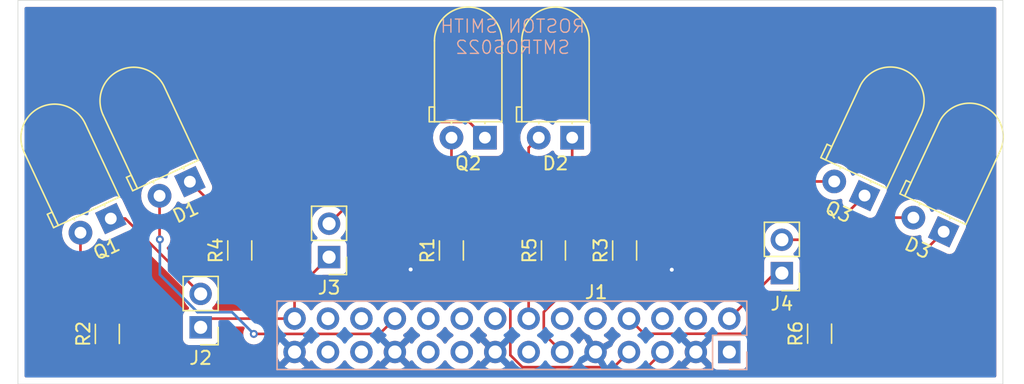
<source format=kicad_pcb>
(kicad_pcb (version 20240108) (generator "pcbnew") (generator_version "8.0")
  (layers (0 "F.Cu" signal) (31 "B.Cu" signal) (34 "B.Paste" user) (35 "F.Paste" user) (36 "B.SilkS" user "B.Silkscreen") (37 "F.SilkS" user "F.Silkscreen") (38 "B.Mask" user) (39 "F.Mask" user) (44 "Edge.Cuts" user))
  (net 0 "")
  (net 1 "+3V3")
  (net 2 "GND")
  (net 3 "/PE12")
  (net 4 "/PE14")
  (net 5 "/PA3")
  (net 6 "/PE11")
  (net 7 "/PC5")
  (net 8 "/AB0")
  (net 9 "/BATT")
  (net 10 "/PE13")
  (net 11 "/PA4")
  (net 12 "/PE8")
  (net 13 "/PE15")
  (net 14 "/PE9")
  (net 15 "/RESV3")
  (net 16 "/RESV2")
  (net 17 "/PA6")
  (net 18 "/RESV1")
  (net 19 "/PA7")
  (net 20 "/PC4")
  (net 21 "/PE10")
  (net 22 "/PA5")
  (net 23 "Net-(D1-K)")
  (net 24 "Net-(D2-K)")
  (net 25 "Net-(D3-K)")
  (net 26 "Net-(J2-Pin_2)")
  (net 27 "Net-(J3-Pin_2)")
  (net 28 "Net-(J4-Pin_2)")
  (footprint "Resistor_SMD:R_1206_3216Metric" (layer "F.Cu") (at 142.819047 122.40693 90)
    (property "Reference" "R1" (at 0 -1.82 -90) (layer "F.SilkS"))
    (property "Value" "10k")
    (fp_line (start -0.727064 -0.91) (end 0.727064 -0.91) (stroke (width 0.12)) (layer "F.SilkS"))
    (fp_line (start -0.727064 0.91) (end 0.727064 0.91) (stroke (width 0.12)) (layer "F.SilkS"))
    (pad "1" smd roundrect (at -1.4625 0 90) (size 1.125 1.75) (layers "F.Cu" "F.Paste" "F.Mask") (roundrect_rratio 0.222222) (net 2 "GND"))
    (pad "2" smd roundrect (at 1.4625 0 90) (size 1.125 1.75) (layers "F.Cu" "F.Paste" "F.Mask") (roundrect_rratio 0.222222) (net 11 "/PA4"))
  )
  (footprint "Connector_PinHeader_2.54mm:PinHeader_1x02_P2.54mm_Vertical" (layer "F.Cu") (at 133.5278 122.9106 180)
    (property "Reference" "J3" (at 0 -2.33 180) (layer "F.SilkS"))
    (property "Value" "Conn_01x02_Pin")
    (fp_line (start 1.33 1.27) (end 1.33 3.87) (stroke (width 0.12)) (layer "F.SilkS"))
    (fp_line (start -1.33 3.87) (end 1.33 3.87) (stroke (width 0.12)) (layer "F.SilkS"))
    (fp_line (start -1.33 1.27) (end 1.33 1.27) (stroke (width 0.12)) (layer "F.SilkS"))
    (fp_line (start -1.33 1.27) (end -1.33 3.87) (stroke (width 0.12)) (layer "F.SilkS"))
    (fp_line (start -1.33 0) (end -1.33 -1.33) (stroke (width 0.12)) (layer "F.SilkS"))
    (fp_line (start -1.33 -1.33) (end 0 -1.33) (stroke (width 0.12)) (layer "F.SilkS"))
    (pad "1" thru_hole rect (at 0 0 180) (size 1.7 1.7) (drill 1) (layers "*.Cu" "*.Mask") (net 1 "+3V3"))
    (pad "2" thru_hole oval (at 0 2.54 180) (size 1.7 1.7) (drill 1) (layers "*.Cu" "*.Mask") (net 27 "Net-(J3-Pin_2)"))
  )
  (footprint "LED_THT:LED_D5.0mm_Horizontal_O1.27mm_Z3.0mm_IRBlack" (layer "F.Cu") (at 174.19946 118.230485 155)
    (property "Reference" "Q3" (at 1.269999 -1.96 -25) (layer "F.SilkS"))
    (property "Value" "Q_Photo_NPN")
    (fp_line (start 4.229999 1.21) (end 4.23 2.329998) (stroke (width 0.12)) (layer "F.SilkS"))
    (fp_line (start 3.83 1.210001) (end 4.229999 1.21) (stroke (width 0.12)) (layer "F.SilkS"))
    (fp_line (start 3.83 1.210001) (end 3.830001 7.369999) (stroke (width 0.12)) (layer "F.SilkS"))
    (fp_line (start 4.23 2.329998) (end 3.830001 2.330001) (stroke (width 0.12)) (layer "F.SilkS"))
    (fp_line (start 3.830001 2.330001) (end 3.83 1.210001) (stroke (width 0.12)) (layer "F.SilkS"))
    (fp_line (start 2.54 1.08) (end 2.54 1.08) (stroke (width 0.12)) (layer "F.SilkS"))
    (fp_line (start 2.54 1.08) (end 2.54 1.21) (stroke (width 0.12)) (layer "F.SilkS"))
    (fp_line (start 2.54 1.21) (end 2.54 1.08) (stroke (width 0.12)) (layer "F.SilkS"))
    (fp_line (start 2.54 1.21) (end 2.54 1.21) (stroke (width 0.12)) (layer "F.SilkS"))
    (fp_line (start -0.000001 1.08) (end -0.000001 1.08) (stroke (width 0.12)) (layer "F.SilkS"))
    (fp_line (start -0.000001 1.08) (end 0 1.21) (stroke (width 0.12)) (layer "F.SilkS"))
    (fp_line (start 0 1.21) (end -0.000001 1.08) (stroke (width 0.12)) (layer "F.SilkS"))
    (fp_line (start 0 1.21) (end 0 1.21) (stroke (width 0.12)) (layer "F.SilkS"))
    (fp_line (start -1.29 1.209999) (end 3.83 1.210001) (stroke (width 0.12)) (layer "F.SilkS"))
    (fp_line (start -1.29 1.209999) (end -1.29 7.370001) (stroke (width 0.12)) (layer "F.SilkS"))
    (fp_arc (start 3.830001 7.369999) (mid 1.270002 9.93) (end -1.29 7.370001) (stroke (width 0.12)) (layer "F.SilkS"))
    (pad "1" thru_hole rect (at 0 0 155) (size 1.8 1.8) (drill 0.9) (layers "*.Cu" "*.Mask") (net 28 "Net-(J4-Pin_2)"))
    (pad "2" thru_hole circle (at 2.539999 -0.000001 155) (size 1.8 1.8) (drill 0.9) (layers "*.Cu" "*.Mask") (net 22 "/PA5"))
  )
  (footprint "LED_THT:LED_D5.0mm_Horizontal_O1.27mm_Z3.0mm_IRBlack" (layer "F.Cu") (at 151.993447 113.82633 180)
    (property "Reference" "D2" (at 1.27 -1.96 180) (layer "F.SilkS"))
    (property "Value" "LED")
    (fp_line (start 4.23 2.33) (end 3.83 2.33) (stroke (width 0.12)) (layer "F.SilkS"))
    (fp_line (start 4.23 1.21) (end 4.23 2.33) (stroke (width 0.12)) (layer "F.SilkS"))
    (fp_line (start 3.83 2.33) (end 3.83 1.21) (stroke (width 0.12)) (layer "F.SilkS"))
    (fp_line (start 3.83 1.21) (end 4.23 1.21) (stroke (width 0.12)) (layer "F.SilkS"))
    (fp_line (start 3.83 1.21) (end 3.83 7.37) (stroke (width 0.12)) (layer "F.SilkS"))
    (fp_line (start 2.54 1.21) (end 2.54 1.21) (stroke (width 0.12)) (layer "F.SilkS"))
    (fp_line (start 2.54 1.21) (end 2.54 1.08) (stroke (width 0.12)) (layer "F.SilkS"))
    (fp_line (start 2.54 1.08) (end 2.54 1.21) (stroke (width 0.12)) (layer "F.SilkS"))
    (fp_line (start 2.54 1.08) (end 2.54 1.08) (stroke (width 0.12)) (layer "F.SilkS"))
    (fp_line (start 0 1.21) (end 0 1.21) (stroke (width 0.12)) (layer "F.SilkS"))
    (fp_line (start 0 1.21) (end 0 1.08) (stroke (width 0.12)) (layer "F.SilkS"))
    (fp_line (start 0 1.08) (end 0 1.21) (stroke (width 0.12)) (layer "F.SilkS"))
    (fp_line (start 0 1.08) (end 0 1.08) (stroke (width 0.12)) (layer "F.SilkS"))
    (fp_line (start -1.29 1.21) (end 3.83 1.21) (stroke (width 0.12)) (layer "F.SilkS"))
    (fp_line (start -1.29 1.21) (end -1.29 7.37) (stroke (width 0.12)) (layer "F.SilkS"))
    (fp_arc (start 3.83 7.37) (mid 1.27 9.93) (end -1.29 7.37) (stroke (width 0.12)) (layer "F.SilkS"))
    (pad "1" thru_hole rect (at 0 0 180) (size 1.8 1.8) (drill 0.9) (layers "*.Cu" "*.Mask") (net 24 "Net-(D2-K)"))
    (pad "2" thru_hole circle (at 2.54 0 180) (size 1.8 1.8) (drill 0.9) (layers "*.Cu" "*.Mask") (net 3 "/PE12"))
  )
  (footprint "LED_THT:LED_D5.0mm_Horizontal_O1.27mm_Z3.0mm_IRBlack" (layer "F.Cu") (at 145.364047 113.82633 180)
    (property "Reference" "Q2" (at 1.27 -1.96 180) (layer "F.SilkS"))
    (property "Value" "Q_Photo_NPN")
    (fp_line (start 4.23 2.33) (end 3.83 2.33) (stroke (width 0.12)) (layer "F.SilkS"))
    (fp_line (start 4.23 1.21) (end 4.23 2.33) (stroke (width 0.12)) (layer "F.SilkS"))
    (fp_line (start 3.83 2.33) (end 3.83 1.21) (stroke (width 0.12)) (layer "F.SilkS"))
    (fp_line (start 3.83 1.21) (end 4.23 1.21) (stroke (width 0.12)) (layer "F.SilkS"))
    (fp_line (start 3.83 1.21) (end 3.83 7.37) (stroke (width 0.12)) (layer "F.SilkS"))
    (fp_line (start 2.54 1.21) (end 2.54 1.21) (stroke (width 0.12)) (layer "F.SilkS"))
    (fp_line (start 2.54 1.21) (end 2.54 1.08) (stroke (width 0.12)) (layer "F.SilkS"))
    (fp_line (start 2.54 1.08) (end 2.54 1.21) (stroke (width 0.12)) (layer "F.SilkS"))
    (fp_line (start 2.54 1.08) (end 2.54 1.08) (stroke (width 0.12)) (layer "F.SilkS"))
    (fp_line (start 0 1.21) (end 0 1.21) (stroke (width 0.12)) (layer "F.SilkS"))
    (fp_line (start 0 1.21) (end 0 1.08) (stroke (width 0.12)) (layer "F.SilkS"))
    (fp_line (start 0 1.08) (end 0 1.21) (stroke (width 0.12)) (layer "F.SilkS"))
    (fp_line (start 0 1.08) (end 0 1.08) (stroke (width 0.12)) (layer "F.SilkS"))
    (fp_line (start -1.29 1.21) (end 3.83 1.21) (stroke (width 0.12)) (layer "F.SilkS"))
    (fp_line (start -1.29 1.21) (end -1.29 7.37) (stroke (width 0.12)) (layer "F.SilkS"))
    (fp_arc (start 3.83 7.37) (mid 1.27 9.93) (end -1.29 7.37) (stroke (width 0.12)) (layer "F.SilkS"))
    (pad "1" thru_hole rect (at 0 0 180) (size 1.8 1.8) (drill 0.9) (layers "*.Cu" "*.Mask") (net 27 "Net-(J3-Pin_2)"))
    (pad "2" thru_hole circle (at 2.54 0 180) (size 1.8 1.8) (drill 0.9) (layers "*.Cu" "*.Mask") (net 11 "/PA4"))
  )
  (footprint "LED_THT:LED_D5.0mm_Horizontal_O1.27mm_Z3.0mm_IRBlack" (layer "F.Cu") (at 122.956247 117.17453 -155)
    (property "Reference" "D1" (at 1.27 -1.960001 -155) (layer "F.SilkS"))
    (property "Value" "LED")
    (fp_line (start 4.23 2.33) (end 3.83 2.33) (stroke (width 0.12)) (layer "F.SilkS"))
    (fp_line (start 3.83 2.33) (end 3.83 1.21) (stroke (width 0.12)) (layer "F.SilkS"))
    (fp_line (start 4.23 1.21) (end 4.23 2.33) (stroke (width 0.12)) (layer "F.SilkS"))
    (fp_line (start 3.83 1.21) (end 3.83 7.369999) (stroke (width 0.12)) (layer "F.SilkS"))
    (fp_line (start 3.83 1.21) (end 4.23 1.21) (stroke (width 0.12)) (layer "F.SilkS"))
    (fp_line (start 2.54 1.21) (end 2.54 1.21) (stroke (width 0.12)) (layer "F.SilkS"))
    (fp_line (start 2.54 1.21) (end 2.54 1.08) (stroke (width 0.12)) (layer "F.SilkS"))
    (fp_line (start 2.54 1.08) (end 2.54 1.21) (stroke (width 0.12)) (layer "F.SilkS"))
    (fp_line (start 2.54 1.08) (end 2.54 1.08) (stroke (width 0.12)) (layer "F.SilkS"))
    (fp_line (start 0 1.21) (end 0 1.21) (stroke (width 0.12)) (layer "F.SilkS"))
    (fp_line (start 0 1.21) (end 0 1.079999) (stroke (width 0.12)) (layer "F.SilkS"))
    (fp_line (start 0 1.079999) (end 0 1.21) (stroke (width 0.12)) (layer "F.SilkS"))
    (fp_line (start 0 1.079999) (end 0 1.079999) (stroke (width 0.12)) (layer "F.SilkS"))
    (fp_line (start -1.29 1.21) (end 3.83 1.21) (stroke (width 0.12)) (layer "F.SilkS"))
    (fp_line (start -1.29 1.21) (end -1.290001 7.37) (stroke (width 0.12)) (layer "F.SilkS"))
    (fp_arc (start 3.83 7.369999) (mid 1.27 9.93) (end -1.290001 7.37) (stroke (width 0.12)) (layer "F.SilkS"))
    (pad "1" thru_hole rect (at 0 0 205) (size 1.8 1.8) (drill 0.9) (layers "*.Cu" "*.Mask") (net 23 "Net-(D1-K)"))
    (pad "2" thru_hole circle (at 2.54 0 205) (size 1.8 1.8) (drill 0.9) (layers "*.Cu" "*.Mask") (net 12 "/PE8"))
  )
  (footprint "Resistor_SMD:R_1206_3216Metric" (layer "F.Cu") (at 150.5712 122.40693 90)
    (property "Reference" "R5" (at 0 -1.82 -90) (layer "F.SilkS"))
    (property "Value" "100")
    (fp_line (start -0.727064 -0.91) (end 0.727064 -0.91) (stroke (width 0.12)) (layer "F.SilkS"))
    (fp_line (start -0.727064 0.91) (end 0.727064 0.91) (stroke (width 0.12)) (layer "F.SilkS"))
    (pad "1" smd roundrect (at -1.4625 0 90) (size 1.125 1.75) (layers "F.Cu" "F.Paste" "F.Mask") (roundrect_rratio 0.222222) (net 2 "GND"))
    (pad "2" smd roundrect (at 1.4625 0 90) (size 1.125 1.75) (layers "F.Cu" "F.Paste" "F.Mask") (roundrect_rratio 0.222222) (net 24 "Net-(D2-K)"))
  )
  (footprint "LED_THT:LED_D5.0mm_Horizontal_O1.27mm_Z3.0mm_IRBlack" (layer "F.Cu") (at 180.208773 120.981696 155)
    (property "Reference" "D3" (at 1.269999 -1.96 -25) (layer "F.SilkS"))
    (property "Value" "LED")
    (fp_line (start 4.229999 1.21) (end 4.23 2.329998) (stroke (width 0.12)) (layer "F.SilkS"))
    (fp_line (start 3.83 1.210001) (end 4.229999 1.21) (stroke (width 0.12)) (layer "F.SilkS"))
    (fp_line (start 3.83 1.210001) (end 3.830001 7.369999) (stroke (width 0.12)) (layer "F.SilkS"))
    (fp_line (start 4.23 2.329998) (end 3.830001 2.330001) (stroke (width 0.12)) (layer "F.SilkS"))
    (fp_line (start 3.830001 2.330001) (end 3.83 1.210001) (stroke (width 0.12)) (layer "F.SilkS"))
    (fp_line (start 2.54 1.08) (end 2.54 1.08) (stroke (width 0.12)) (layer "F.SilkS"))
    (fp_line (start 2.54 1.08) (end 2.54 1.21) (stroke (width 0.12)) (layer "F.SilkS"))
    (fp_line (start 2.54 1.21) (end 2.54 1.08) (stroke (width 0.12)) (layer "F.SilkS"))
    (fp_line (start 2.54 1.21) (end 2.54 1.21) (stroke (width 0.12)) (layer "F.SilkS"))
    (fp_line (start -0.000001 1.08) (end -0.000001 1.08) (stroke (width 0.12)) (layer "F.SilkS"))
    (fp_line (start -0.000001 1.08) (end 0 1.21) (stroke (width 0.12)) (layer "F.SilkS"))
    (fp_line (start 0 1.21) (end -0.000001 1.08) (stroke (width 0.12)) (layer "F.SilkS"))
    (fp_line (start 0 1.21) (end 0 1.21) (stroke (width 0.12)) (layer "F.SilkS"))
    (fp_line (start -1.29 1.209999) (end 3.83 1.210001) (stroke (width 0.12)) (layer "F.SilkS"))
    (fp_line (start -1.29 1.209999) (end -1.29 7.370001) (stroke (width 0.12)) (layer "F.SilkS"))
    (fp_arc (start 3.830001 7.369999) (mid 1.270002 9.93) (end -1.29 7.370001) (stroke (width 0.12)) (layer "F.SilkS"))
    (pad "1" thru_hole rect (at 0 0 155) (size 1.8 1.8) (drill 0.9) (layers "*.Cu" "*.Mask") (net 25 "Net-(D3-K)"))
    (pad "2" thru_hole circle (at 2.539999 -0.000001 155) (size 1.8 1.8) (drill 0.9) (layers "*.Cu" "*.Mask") (net 13 "/PE15"))
  )
  (footprint "Resistor_SMD:R_1206_3216Metric" (layer "F.Cu") (at 155.976247 122.40693 90)
    (property "Reference" "R3" (at 0 -1.82 -90) (layer "F.SilkS"))
    (property "Value" "10k")
    (fp_line (start -0.727064 -0.91) (end 0.727064 -0.91) (stroke (width 0.12)) (layer "F.SilkS"))
    (fp_line (start -0.727064 0.91) (end 0.727064 0.91) (stroke (width 0.12)) (layer "F.SilkS"))
    (pad "1" smd roundrect (at -1.4625 0 90) (size 1.125 1.75) (layers "F.Cu" "F.Paste" "F.Mask") (roundrect_rratio 0.222222) (net 2 "GND"))
    (pad "2" smd roundrect (at 1.4625 0 90) (size 1.125 1.75) (layers "F.Cu" "F.Paste" "F.Mask") (roundrect_rratio 0.222222) (net 22 "/PA5"))
  )
  (footprint "Connector_PinHeader_2.54mm:PinHeader_1x02_P2.54mm_Vertical" (layer "F.Cu") (at 167.9194 124.1298 180)
    (property "Reference" "J4" (at 0 -2.33 180) (layer "F.SilkS"))
    (property "Value" "Conn_01x02_Pin")
    (fp_line (start 1.33 1.27) (end 1.33 3.87) (stroke (width 0.12)) (layer "F.SilkS"))
    (fp_line (start -1.33 3.87) (end 1.33 3.87) (stroke (width 0.12)) (layer "F.SilkS"))
    (fp_line (start -1.33 1.27) (end 1.33 1.27) (stroke (width 0.12)) (layer "F.SilkS"))
    (fp_line (start -1.33 1.27) (end -1.33 3.87) (stroke (width 0.12)) (layer "F.SilkS"))
    (fp_line (start -1.33 0) (end -1.33 -1.33) (stroke (width 0.12)) (layer "F.SilkS"))
    (fp_line (start -1.33 -1.33) (end 0 -1.33) (stroke (width 0.12)) (layer "F.SilkS"))
    (pad "1" thru_hole rect (at 0 0 180) (size 1.7 1.7) (drill 1) (layers "*.Cu" "*.Mask") (net 1 "+3V3"))
    (pad "2" thru_hole oval (at 0 2.54 180) (size 1.7 1.7) (drill 1) (layers "*.Cu" "*.Mask") (net 28 "Net-(J4-Pin_2)"))
  )
  (footprint "Connector_PinHeader_2.54mm:PinHeader_1x02_P2.54mm_Vertical" (layer "F.Cu") (at 123.7742 128.2496 180)
    (property "Reference" "J2" (at 0 -2.33 180) (layer "F.SilkS"))
    (property "Value" "Conn_01x02_Pin")
    (fp_line (start 1.33 1.27) (end 1.33 3.87) (stroke (width 0.12)) (layer "F.SilkS"))
    (fp_line (start -1.33 3.87) (end 1.33 3.87) (stroke (width 0.12)) (layer "F.SilkS"))
    (fp_line (start -1.33 1.27) (end 1.33 1.27) (stroke (width 0.12)) (layer "F.SilkS"))
    (fp_line (start -1.33 1.27) (end -1.33 3.87) (stroke (width 0.12)) (layer "F.SilkS"))
    (fp_line (start -1.33 0) (end -1.33 -1.33) (stroke (width 0.12)) (layer "F.SilkS"))
    (fp_line (start -1.33 -1.33) (end 0 -1.33) (stroke (width 0.12)) (layer "F.SilkS"))
    (pad "1" thru_hole rect (at 0 0 180) (size 1.7 1.7) (drill 1) (layers "*.Cu" "*.Mask") (net 1 "+3V3"))
    (pad "2" thru_hole oval (at 0 2.54 180) (size 1.7 1.7) (drill 1) (layers "*.Cu" "*.Mask") (net 26 "Net-(J2-Pin_2)"))
  )
  (footprint "LED_THT:LED_D5.0mm_Horizontal_O1.27mm_Z3.0mm_IRBlack" (layer "F.Cu") (at 116.948602 119.979928 -155)
    (property "Reference" "Q1" (at 1.27 -1.960001 -155) (layer "F.SilkS"))
    (property "Value" "Q_Photo_NPN")
    (fp_line (start 4.23 2.33) (end 3.83 2.33) (stroke (width 0.12)) (layer "F.SilkS"))
    (fp_line (start 3.83 2.33) (end 3.83 1.21) (stroke (width 0.12)) (layer "F.SilkS"))
    (fp_line (start 4.23 1.21) (end 4.23 2.33) (stroke (width 0.12)) (layer "F.SilkS"))
    (fp_line (start 3.83 1.21) (end 3.83 7.369999) (stroke (width 0.12)) (layer "F.SilkS"))
    (fp_line (start 3.83 1.21) (end 4.23 1.21) (stroke (width 0.12)) (layer "F.SilkS"))
    (fp_line (start 2.54 1.21) (end 2.54 1.21) (stroke (width 0.12)) (layer "F.SilkS"))
    (fp_line (start 2.54 1.21) (end 2.54 1.08) (stroke (width 0.12)) (layer "F.SilkS"))
    (fp_line (start 2.54 1.08) (end 2.54 1.21) (stroke (width 0.12)) (layer "F.SilkS"))
    (fp_line (start 2.54 1.08) (end 2.54 1.08) (stroke (width 0.12)) (layer "F.SilkS"))
    (fp_line (start 0 1.21) (end 0 1.21) (stroke (width 0.12)) (layer "F.SilkS"))
    (fp_line (start 0 1.21) (end 0 1.079999) (stroke (width 0.12)) (layer "F.SilkS"))
    (fp_line (start 0 1.079999) (end 0 1.21) (stroke (width 0.12)) (layer "F.SilkS"))
    (fp_line (start 0 1.079999) (end 0 1.079999) (stroke (width 0.12)) (layer "F.SilkS"))
    (fp_line (start -1.29 1.21) (end 3.83 1.21) (stroke (width 0.12)) (layer "F.SilkS"))
    (fp_line (start -1.29 1.21) (end -1.290001 7.37) (stroke (width 0.12)) (layer "F.SilkS"))
    (fp_arc (start 3.83 7.369999) (mid 1.27 9.93) (end -1.290001 7.37) (stroke (width 0.12)) (layer "F.SilkS"))
    (pad "1" thru_hole rect (at 0 0 205) (size 1.8 1.8) (drill 0.9) (layers "*.Cu" "*.Mask") (net 26 "Net-(J2-Pin_2)"))
    (pad "2" thru_hole circle (at 2.54 0 205) (size 1.8 1.8) (drill 0.9) (layers "*.Cu" "*.Mask") (net 5 "/PA3"))
  )
  (footprint "Resistor_SMD:R_1206_3216Metric" (layer "F.Cu") (at 126.746 122.4026 90)
    (property "Reference" "R4" (at 0 -1.82 -90) (layer "F.SilkS"))
    (property "Value" "100")
    (fp_line (start -0.727064 -0.91) (end 0.727064 -0.91) (stroke (width 0.12)) (layer "F.SilkS"))
    (fp_line (start -0.727064 0.91) (end 0.727064 0.91) (stroke (width 0.12)) (layer "F.SilkS"))
    (pad "1" smd roundrect (at -1.4625 0 90) (size 1.125 1.75) (layers "F.Cu" "F.Paste" "F.Mask") (roundrect_rratio 0.222222) (net 2 "GND"))
    (pad "2" smd roundrect (at 1.4625 0 90) (size 1.125 1.75) (layers "F.Cu" "F.Paste" "F.Mask") (roundrect_rratio 0.222222) (net 23 "Net-(D1-K)"))
  )
  (footprint "Resistor_SMD:R_1206_3216Metric" (layer "F.Cu") (at 116.6876 128.7526 90)
    (property "Reference" "R2" (at 0 -1.82 -90) (layer "F.SilkS"))
    (property "Value" "10k")
    (fp_line (start -0.727064 -0.91) (end 0.727064 -0.91) (stroke (width 0.12)) (layer "F.SilkS"))
    (fp_line (start -0.727064 0.91) (end 0.727064 0.91) (stroke (width 0.12)) (layer "F.SilkS"))
    (pad "1" smd roundrect (at -1.4625 0 90) (size 1.125 1.75) (layers "F.Cu" "F.Paste" "F.Mask") (roundrect_rratio 0.222222) (net 2 "GND"))
    (pad "2" smd roundrect (at 1.4625 0 90) (size 1.125 1.75) (layers "F.Cu" "F.Paste" "F.Mask") (roundrect_rratio 0.222222) (net 5 "/PA3"))
  )
  (footprint "Resistor_SMD:R_1206_3216Metric" (layer "F.Cu") (at 170.784447 128.73153 90)
    (property "Reference" "R6" (at 0 -1.82 -90) (layer "F.SilkS"))
    (property "Value" "100")
    (fp_line (start -0.727064 -0.91) (end 0.727064 -0.91) (stroke (width 0.12)) (layer "F.SilkS"))
    (fp_line (start -0.727064 0.91) (end 0.727064 0.91) (stroke (width 0.12)) (layer "F.SilkS"))
    (pad "1" smd roundrect (at -1.4625 0 90) (size 1.125 1.75) (layers "F.Cu" "F.Paste" "F.Mask") (roundrect_rratio 0.222222) (net 2 "GND"))
    (pad "2" smd roundrect (at 1.4625 0 90) (size 1.125 1.75) (layers "F.Cu" "F.Paste" "F.Mask") (roundrect_rratio 0.222222) (net 25 "Net-(D3-K)"))
  )
  (footprint "Connector_PinHeader_2.54mm:PinHeader_2x14_P2.54mm_Vertical" (layer "B.Cu") (at 163.926447 130.12853 90)
    (property "Reference" "J1" (at 4.5466 -10.1092 0) (layer "F.SilkS"))
    (property "Value" "Conn_02x14_Odd_Even")
    (fp_line (start 3.87 -34.35) (end -1.33 -34.35) (stroke (width 0.12)) (layer "B.SilkS"))
    (fp_line (start 3.87 -34.35) (end 3.87 1.33) (stroke (width 0.12)) (layer "B.SilkS"))
    (fp_line (start -1.33 -34.35) (end -1.33 -1.27) (stroke (width 0.12)) (layer "B.SilkS"))
    (fp_line (start 1.27 -1.27) (end -1.33 -1.27) (stroke (width 0.12)) (layer "B.SilkS"))
    (fp_line (start 3.87 1.33) (end 1.27 1.33) (stroke (width 0.12)) (layer "B.SilkS"))
    (fp_line (start 1.27 1.33) (end 1.27 -1.27) (stroke (width 0.12)) (layer "B.SilkS"))
    (fp_line (start 0 1.33) (end -1.33 1.33) (stroke (width 0.12)) (layer "B.SilkS"))
    (fp_line (start -1.33 1.33) (end -1.33 0) (stroke (width 0.12)) (layer "B.SilkS"))
    (pad "1" thru_hole rect (at 0 0 90) (size 1.7 1.7) (drill 1) (layers "*.Cu" "*.Mask") (net 15 "/RESV3"))
    (pad "2" thru_hole oval (at 2.54 0 90) (size 1.7 1.7) (drill 1) (layers "*.Cu" "*.Mask") (net 1 "+3V3"))
    (pad "3" thru_hole oval (at 0 -2.54 90) (size 1.7 1.7) (drill 1) (layers "*.Cu" "*.Mask") (net 2 "GND"))
    (pad "4" thru_hole oval (at 2.54 -2.54 90) (size 1.7 1.7) (drill 1) (layers "*.Cu" "*.Mask") (net 9 "/BATT"))
    (pad "5" thru_hole oval (at 0 -5.08 90) (size 1.7 1.7) (drill 1) (layers "*.Cu" "*.Mask") (net 5 "/PA3"))
    (pad "6" thru_hole oval (at 2.54 -5.08 90) (size 1.7 1.7) (drill 1) (layers "*.Cu" "*.Mask") (net 16 "/RESV2"))
    (pad "7" thru_hole oval (at 0 -7.62 90) (size 1.7 1.7) (drill 1) (layers "*.Cu" "*.Mask") (net 11 "/PA4"))
    (pad "8" thru_hole oval (at 2.54 -7.62 90) (size 1.7 1.7) (drill 1) (layers "*.Cu" "*.Mask") (net 13 "/PE15"))
    (pad "9" thru_hole oval (at 0 -10.16 90) (size 1.7 1.7) (drill 1) (layers "*.Cu" "*.Mask") (net 2 "GND"))
    (pad "10" thru_hole oval (at 2.54 -10.16 90) (size 1.7 1.7) (drill 1) (layers "*.Cu" "*.Mask") (net 4 "/PE14"))
    (pad "11" thru_hole oval (at 0 -12.7 90) (size 1.7 1.7) (drill 1) (layers "*.Cu" "*.Mask") (net 22 "/PA5"))
    (pad "12" thru_hole oval (at 2.54 -12.7 90) (size 1.7 1.7) (drill 1) (layers "*.Cu" "*.Mask") (net 10 "/PE13"))
    (pad "13" thru_hole oval (at 0 -15.24 90) (size 1.7 1.7) (drill 1) (layers "*.Cu" "*.Mask") (net 17 "/PA6"))
    (pad "14" thru_hole oval (at 2.54 -15.24 90) (size 1.7 1.7) (drill 1) (layers "*.Cu" "*.Mask") (net 3 "/PE12"))
    (pad "15" thru_hole oval (at 0 -17.78 90) (size 1.7 1.7) (drill 1) (layers "*.Cu" "*.Mask") (net 2 "GND"))
    (pad "16" thru_hole oval (at 2.54 -17.78 90) (size 1.7 1.7) (drill 1) (layers "*.Cu" "*.Mask") (net 6 "/PE11"))
    (pad "17" thru_hole oval (at 0 -20.32 90) (size 1.7 1.7) (drill 1) (layers "*.Cu" "*.Mask") (net 19 "/PA7"))
    (pad "18" thru_hole oval (at 2.54 -20.32 90) (size 1.7 1.7) (drill 1) (layers "*.Cu" "*.Mask") (net 21 "/PE10"))
    (pad "19" thru_hole oval (at 0 -22.86 90) (size 1.7 1.7) (drill 1) (layers "*.Cu" "*.Mask") (net 20 "/PC4"))
    (pad "20" thru_hole oval (at 2.54 -22.86 90) (size 1.7 1.7) (drill 1) (layers "*.Cu" "*.Mask") (net 14 "/PE9"))
    (pad "21" thru_hole oval (at 0 -25.4 90) (size 1.7 1.7) (drill 1) (layers "*.Cu" "*.Mask") (net 2 "GND"))
    (pad "22" thru_hole oval (at 2.54 -25.4 90) (size 1.7 1.7) (drill 1) (layers "*.Cu" "*.Mask") (net 12 "/PE8"))
    (pad "23" thru_hole oval (at 0 -27.94 90) (size 1.7 1.7) (drill 1) (layers "*.Cu" "*.Mask") (net 7 "/PC5"))
    (pad "24" thru_hole oval (at 2.54 -27.94 90) (size 1.7 1.7) (drill 1) (layers "*.Cu" "*.Mask") (net 18 "/RESV1"))
    (pad "25" thru_hole oval (at 0 -30.48 90) (size 1.7 1.7) (drill 1) (layers "*.Cu" "*.Mask") (net 8 "/AB0"))
    (pad "26" thru_hole oval (at 2.54 -30.48 90) (size 1.7 1.7) (drill 1) (layers "*.Cu" "*.Mask") (net 9 "/BATT"))
    (pad "27" thru_hole oval (at 0 -33.02 90) (size 1.7 1.7) (drill 1) (layers "*.Cu" "*.Mask") (net 2 "GND"))
    (pad "28" thru_hole oval (at 2.54 -33.02 90) (size 1.7 1.7) (drill 1) (layers "*.Cu" "*.Mask") (net 1 "+3V3"))
  )
  (gr_rect (start 109.896847 103.38233) (end 184.703647 132.56693) (stroke (width 0.05)) (fill none) (layer "Edge.Cuts"))
  (gr_text "ROSTON SMITH\nSMTROS022" (at 147.4724 107.5436 0) (layer "B.SilkS") (effects (font (size 1 1) (thickness 0.1)) (justify bottom mirror)))
  (segment (start 163.926447 127.58853) (end 167.385177 124.1298) (width 0.2) (layer "F.Cu") (net 1))
  (segment (start 130.906447 127.58853) (end 130.906447 125.531953) (width 0.2) (layer "F.Cu") (net 1))
  (segment (start 130.906447 125.531953) (end 133.5278 122.9106) (width 0.2) (layer "F.Cu") (net 1))
  (segment (start 124.43527 127.58853) (end 123.7742 128.2496) (width 0.2) (layer "F.Cu") (net 1))
  (segment (start 130.906447 127.58853) (end 124.43527 127.58853) (width 0.2) (layer "F.Cu") (net 1))
  (segment (start 167.385177 124.1298) (end 167.9194 124.1298) (width 0.2) (layer "F.Cu") (net 1))
  (segment (start 139.7254 123.8504) (end 139.74443 123.86943) (width 0.2) (layer "F.Cu") (net 2))
  (segment (start 139.74443 123.86943) (end 142.819047 123.86943) (width 0.2) (layer "F.Cu") (net 2))
  (segment (start 159.55643 123.86943) (end 155.976247 123.86943) (width 0.2) (layer "F.Cu") (net 2))
  (via (at 139.7254 123.8504) (size 0.6) (drill 0.3) (layers "F.Cu" "B.Cu") (net 2))
  (via (at 159.55643 123.86943) (size 0.6) (drill 0.3) (layers "F.Cu" "B.Cu") (net 2))
  (segment (start 149.453447 113.82633) (end 148.686447 114.59333) (width 0.2) (layer "F.Cu") (net 3))
  (segment (start 148.686447 114.59333) (end 148.686447 127.58853) (width 0.2) (layer "F.Cu") (net 3))
  (segment (start 114.64658 125.24908) (end 114.64658 121.053379) (width 0.2) (layer "F.Cu") (net 5))
  (segment (start 116.6876 127.2901) (end 114.64658 125.24908) (width 0.2) (layer "F.Cu") (net 5))
  (segment (start 157.033243 131.941734) (end 158.846447 130.12853) (width 0.2) (layer "F.Cu") (net 5))
  (segment (start 121.339234 131.941734) (end 157.033243 131.941734) (width 0.2) (layer "F.Cu") (net 5))
  (segment (start 116.6876 127.2901) (end 121.339234 131.941734) (width 0.2) (layer "F.Cu") (net 5))
  (segment (start 142.819047 120.94443) (end 147.296447 125.42183) (width 0.2) (layer "F.Cu") (net 11))
  (segment (start 142.819047 120.94443) (end 143.668693 120.94443) (width 0.2) (layer "F.Cu") (net 11))
  (segment (start 148.210101 131.27853) (end 155.156447 131.27853) (width 0.2) (layer "F.Cu") (net 11))
  (segment (start 147.296447 125.42183) (end 147.296447 130.364876) (width 0.2) (layer "F.Cu") (net 11))
  (segment (start 142.824047 120.93943) (end 142.819047 120.94443) (width 0.2) (layer "F.Cu") (net 11))
  (segment (start 147.296447 130.364876) (end 148.210101 131.27853) (width 0.2) (layer "F.Cu") (net 11))
  (segment (start 155.156447 131.27853) (end 156.306447 130.12853) (width 0.2) (layer "F.Cu") (net 11))
  (segment (start 142.824047 113.82633) (end 142.824047 120.93943) (width 0.2) (layer "F.Cu") (net 11))
  (segment (start 120.654225 118.247981) (end 120.654225 121.543225) (width 0.2) (layer "F.Cu") (net 12))
  (segment (start 120.654225 121.585575) (end 120.654225 121.629931) (width 0.2) (layer "F.Cu") (net 12))
  (segment (start 120.654225 121.543225) (end 120.6754 121.5644) (width 0.2) (layer "F.Cu") (net 12))
  (segment (start 120.6754 121.5644) (end 120.654225 121.585575) (width 0.2) (layer "F.Cu") (net 12))
  (segment (start 137.362377 128.7526) (end 127.8128 128.7526) (width 0.2) (layer "F.Cu") (net 12))
  (segment (start 127.776894 128.7526) (end 127.8128 128.7526) (width 0.2) (layer "F.Cu") (net 12))
  (segment (start 137.362377 128.7526) (end 138.526447 127.58853) (width 0.2) (layer "F.Cu") (net 12))
  (via (at 120.6754 121.5644) (size 0.6) (drill 0.3) (layers "F.Cu" "B.Cu") (net 12))
  (via (at 127.8128 128.7526) (size 0.6) (drill 0.3) (layers "F.Cu" "B.Cu") (net 12))
  (segment (start 123.537854 127.0996) (end 126.1598 127.0996) (width 0.2) (layer "B.Cu") (net 12))
  (segment (start 126.1598 127.0996) (end 127.8128 128.7526) (width 0.2) (layer "B.Cu") (net 12))
  (segment (start 120.6754 121.5644) (end 120.6754 124.237146) (width 0.2) (layer "B.Cu") (net 12))
  (segment (start 120.6754 124.237146) (end 123.537854 127.0996) (width 0.2) (layer "B.Cu") (net 12))
  (segment (start 157.456447 128.73853) (end 156.306447 127.58853) (width 0.2) (layer "F.Cu") (net 13))
  (segment (start 177.906752 119.908247) (end 177.906752 120.146725) (width 0.2) (layer "F.Cu") (net 13))
  (segment (start 177.906752 119.908247) (end 176.422986 119.908247) (width 0.2) (layer "F.Cu") (net 13))
  (segment (start 176.422986 119.908247) (end 167.592703 128.73853) (width 0.2) (layer "F.Cu") (net 13))
  (segment (start 167.592703 128.73853) (end 157.456447 128.73853) (width 0.2) (layer "F.Cu") (net 13))
  (segment (start 171.897439 117.157036) (end 159.763641 117.157036) (width 0.2) (layer "F.Cu") (net 22))
  (segment (start 155.976247 120.94443) (end 149.836447 127.084229) (width 0.2) (layer "F.Cu") (net 22))
  (segment (start 149.836447 127.084229) (end 149.836447 128.73853) (width 0.2) (layer "F.Cu") (net 22))
  (segment (start 159.763641 117.157036) (end 155.976247 120.94443) (width 0.2) (layer "F.Cu") (net 22))
  (segment (start 149.836447 128.73853) (end 151.226447 130.12853) (width 0.2) (layer "F.Cu") (net 22))
  (segment (start 122.956247 117.17453) (end 126.721817 120.9401) (width 0.2) (layer "F.Cu") (net 23))
  (segment (start 126.721817 120.9401) (end 126.746 120.9401) (width 0.2) (layer "F.Cu") (net 23))
  (segment (start 150.5712 120.94443) (end 151.993447 119.522183) (width 0.2) (layer "F.Cu") (net 24))
  (segment (start 151.993447 119.522183) (end 151.993447 113.82633) (width 0.2) (layer "F.Cu") (net 24))
  (segment (start 170.784447 127.030552) (end 170.784447 127.26903) (width 0.2) (layer "F.Cu") (net 25))
  (segment (start 173.921439 127.26903) (end 170.784447 127.26903) (width 0.2) (layer "F.Cu") (net 25))
  (segment (start 180.208773 120.981696) (end 173.921439 127.26903) (width 0.2) (layer "F.Cu") (net 25))
  (segment (start 123.7742 125.7096) (end 118.044528 119.979928) (width 0.2) (layer "F.Cu") (net 26))
  (segment (start 118.044528 119.979928) (end 116.948602 119.979928) (width 0.2) (layer "F.Cu") (net 26))
  (segment (start 141.27207 112.62633) (end 144.164047 112.62633) (width 0.2) (layer "F.Cu") (net 27))
  (segment (start 133.5278 120.3706) (end 141.27207 112.62633) (width 0.2) (layer "F.Cu") (net 27))
  (segment (start 144.164047 112.62633) (end 145.364047 113.82633) (width 0.2) (layer "F.Cu") (net 27))
  (segment (start 167.9194 121.5898) (end 170.840145 121.5898) (width 0.2) (layer "F.Cu") (net 28))
  (segment (start 170.840145 121.5898) (end 174.19946 118.230485) (width 0.2) (layer "F.Cu") (net 28))
  (zone (net 2) (net_name "GND") (layer "F.Cu") (connect_pads (clearance 0.5)) (min_thickness 0.25) (fill yes (thermal_gap 0.5) (thermal_bridge_width 0.5) (island_removal_mode 1) (island_area_min 10))
    (polygon (pts (xy 109.9058 103.378) (xy 184.7088 103.378) (xy 184.7088 132.5626) (xy 109.9058 132.5626)))
  )
  (zone (net 2) (net_name "GND") (layer "B.Cu") (priority 1) (connect_pads (clearance 0.5)) (min_thickness 0.25) (fill yes (thermal_gap 0.5) (thermal_bridge_width 0.5) (island_removal_mode 1) (island_area_min 10))
    (polygon (pts (xy 184.7088 103.378) (xy 184.7088 132.5626) (xy 109.9058 132.5626) (xy 109.9058 103.378)))
  )
)
</source>
